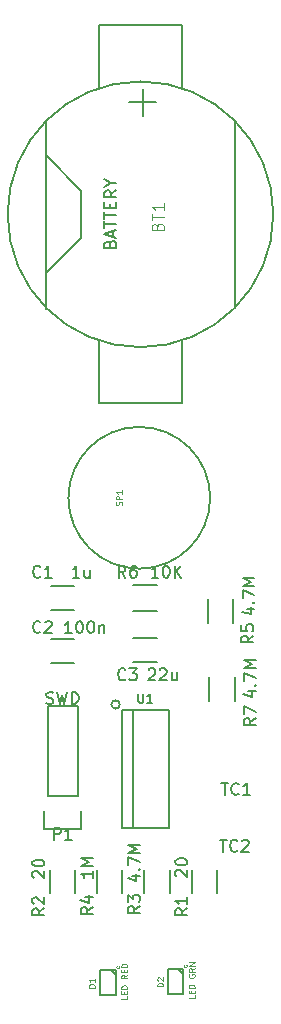
<source format=gbr>
G04 #@! TF.FileFunction,Legend,Top*
%FSLAX46Y46*%
G04 Gerber Fmt 4.6, Leading zero omitted, Abs format (unit mm)*
G04 Created by KiCad (PCBNEW (2015-06-09 BZR 5726)-product) date Thu 02 Jul 2015 12:15:21 AM PDT*
%MOMM*%
G01*
G04 APERTURE LIST*
%ADD10C,0.100000*%
%ADD11C,0.150000*%
%ADD12C,0.203200*%
%ADD13C,0.125000*%
%ADD14C,0.062500*%
%ADD15C,0.152400*%
G04 APERTURE END LIST*
D10*
D11*
X153000000Y-110000000D02*
G75*
G03X153000000Y-110000000I-6000000J0D01*
G01*
X144600000Y-150000000D02*
X145000000Y-150400000D01*
X143700000Y-152100000D02*
X143700000Y-150000000D01*
X143700000Y-150000000D02*
X145000000Y-150000000D01*
X145000000Y-150000000D02*
X145000000Y-152100000D01*
X145000000Y-152100000D02*
X143700000Y-152100000D01*
X150300000Y-149900000D02*
X150700000Y-150300000D01*
X149400000Y-152000000D02*
X149400000Y-149900000D01*
X149400000Y-149900000D02*
X150700000Y-149900000D01*
X150700000Y-149900000D02*
X150700000Y-152000000D01*
X150700000Y-152000000D02*
X149400000Y-152000000D01*
D12*
X146500000Y-128000000D02*
X146500000Y-138000000D01*
X145353553Y-127500000D02*
G75*
G03X145353553Y-127500000I-353553J0D01*
G01*
X149500000Y-128000000D02*
X145500000Y-128000000D01*
X145500000Y-128000000D02*
X145500000Y-138000000D01*
X145500000Y-138000000D02*
X149500000Y-138000000D01*
X149500000Y-138000000D02*
X149500000Y-128000000D01*
D11*
X139500000Y-119525000D02*
X141500000Y-119525000D01*
X141500000Y-117475000D02*
X139500000Y-117475000D01*
X139500000Y-124025000D02*
X141500000Y-124025000D01*
X141500000Y-121975000D02*
X139500000Y-121975000D01*
X148500000Y-121875000D02*
X146500000Y-121875000D01*
X146500000Y-123925000D02*
X148500000Y-123925000D01*
X153575000Y-141500000D02*
X153575000Y-143500000D01*
X151425000Y-143500000D02*
X151425000Y-141500000D01*
X141575000Y-141500000D02*
X141575000Y-143500000D01*
X139425000Y-143500000D02*
X139425000Y-141500000D01*
X147425000Y-143500000D02*
X147425000Y-141500000D01*
X149575000Y-141500000D02*
X149575000Y-143500000D01*
X145575000Y-141500000D02*
X145575000Y-143500000D01*
X143425000Y-143500000D02*
X143425000Y-141500000D01*
X154975000Y-118600000D02*
X154975000Y-120600000D01*
X152825000Y-120600000D02*
X152825000Y-118600000D01*
X141770000Y-135230000D02*
X141770000Y-127610000D01*
X139230000Y-135230000D02*
X139230000Y-127610000D01*
X138950000Y-138050000D02*
X138950000Y-136500000D01*
X141770000Y-127610000D02*
X139230000Y-127610000D01*
X139230000Y-135230000D02*
X141770000Y-135230000D01*
X142050000Y-136500000D02*
X142050000Y-138050000D01*
X142050000Y-138050000D02*
X138950000Y-138050000D01*
X146500000Y-117425000D02*
X148500000Y-117425000D01*
X148500000Y-119575000D02*
X146500000Y-119575000D01*
X155075000Y-125200000D02*
X155075000Y-127200000D01*
X152925000Y-127200000D02*
X152925000Y-125200000D01*
X139100000Y-81000000D02*
X142100000Y-84000000D01*
X142100000Y-84000000D02*
X142100000Y-88000000D01*
X142100000Y-88000000D02*
X139100000Y-91000000D01*
X143600000Y-75250000D02*
X143600000Y-70000000D01*
X150600000Y-75250000D02*
X150600000Y-70000000D01*
X150600000Y-70000000D02*
X143600000Y-70000000D01*
X150600000Y-102000000D02*
X143600000Y-102000000D01*
X143600000Y-102000000D02*
X143600000Y-96750000D01*
X150600000Y-96750000D02*
X150600000Y-102000000D01*
X139100000Y-94000000D02*
X139100000Y-78000000D01*
X155100000Y-78000000D02*
X155100000Y-93750000D01*
X158350000Y-86000000D02*
G75*
G03X158350000Y-86000000I-11250000J0D01*
G01*
D13*
X145502381Y-110630952D02*
X145526190Y-110559523D01*
X145526190Y-110440476D01*
X145502381Y-110392857D01*
X145478571Y-110369047D01*
X145430952Y-110345238D01*
X145383333Y-110345238D01*
X145335714Y-110369047D01*
X145311905Y-110392857D01*
X145288095Y-110440476D01*
X145264286Y-110535714D01*
X145240476Y-110583333D01*
X145216667Y-110607142D01*
X145169048Y-110630952D01*
X145121429Y-110630952D01*
X145073810Y-110607142D01*
X145050000Y-110583333D01*
X145026190Y-110535714D01*
X145026190Y-110416666D01*
X145050000Y-110345238D01*
X145526190Y-110130952D02*
X145026190Y-110130952D01*
X145026190Y-109940476D01*
X145050000Y-109892857D01*
X145073810Y-109869048D01*
X145121429Y-109845238D01*
X145192857Y-109845238D01*
X145240476Y-109869048D01*
X145264286Y-109892857D01*
X145288095Y-109940476D01*
X145288095Y-110130952D01*
X145526190Y-109369048D02*
X145526190Y-109654762D01*
X145526190Y-109511905D02*
X145026190Y-109511905D01*
X145097619Y-109559524D01*
X145145238Y-109607143D01*
X145169048Y-109654762D01*
D11*
X153938095Y-134152381D02*
X154509524Y-134152381D01*
X154223809Y-135152381D02*
X154223809Y-134152381D01*
X155414286Y-135057143D02*
X155366667Y-135104762D01*
X155223810Y-135152381D01*
X155128572Y-135152381D01*
X154985714Y-135104762D01*
X154890476Y-135009524D01*
X154842857Y-134914286D01*
X154795238Y-134723810D01*
X154795238Y-134580952D01*
X154842857Y-134390476D01*
X154890476Y-134295238D01*
X154985714Y-134200000D01*
X155128572Y-134152381D01*
X155223810Y-134152381D01*
X155366667Y-134200000D01*
X155414286Y-134247619D01*
X156366667Y-135152381D02*
X155795238Y-135152381D01*
X156080952Y-135152381D02*
X156080952Y-134152381D01*
X155985714Y-134295238D01*
X155890476Y-134390476D01*
X155795238Y-134438095D01*
D13*
X143226190Y-151469047D02*
X142726190Y-151469047D01*
X142726190Y-151350000D01*
X142750000Y-151278571D01*
X142797619Y-151230952D01*
X142845238Y-151207143D01*
X142940476Y-151183333D01*
X143011905Y-151183333D01*
X143107143Y-151207143D01*
X143154762Y-151230952D01*
X143202381Y-151278571D01*
X143226190Y-151350000D01*
X143226190Y-151469047D01*
X143226190Y-150707143D02*
X143226190Y-150992857D01*
X143226190Y-150850000D02*
X142726190Y-150850000D01*
X142797619Y-150897619D01*
X142845238Y-150945238D01*
X142869048Y-150992857D01*
X145976190Y-152188095D02*
X145976190Y-152426190D01*
X145476190Y-152426190D01*
X145714286Y-152021428D02*
X145714286Y-151854762D01*
X145976190Y-151783333D02*
X145976190Y-152021428D01*
X145476190Y-152021428D01*
X145476190Y-151783333D01*
X145976190Y-151569047D02*
X145476190Y-151569047D01*
X145476190Y-151450000D01*
X145500000Y-151378571D01*
X145547619Y-151330952D01*
X145595238Y-151307143D01*
X145690476Y-151283333D01*
X145761905Y-151283333D01*
X145857143Y-151307143D01*
X145904762Y-151330952D01*
X145952381Y-151378571D01*
X145976190Y-151450000D01*
X145976190Y-151569047D01*
X145976190Y-150402381D02*
X145738095Y-150569048D01*
X145976190Y-150688095D02*
X145476190Y-150688095D01*
X145476190Y-150497619D01*
X145500000Y-150450000D01*
X145523810Y-150426191D01*
X145571429Y-150402381D01*
X145642857Y-150402381D01*
X145690476Y-150426191D01*
X145714286Y-150450000D01*
X145738095Y-150497619D01*
X145738095Y-150688095D01*
X145714286Y-150188095D02*
X145714286Y-150021429D01*
X145976190Y-149950000D02*
X145976190Y-150188095D01*
X145476190Y-150188095D01*
X145476190Y-149950000D01*
X145976190Y-149735714D02*
X145476190Y-149735714D01*
X145476190Y-149616667D01*
X145500000Y-149545238D01*
X145547619Y-149497619D01*
X145595238Y-149473810D01*
X145690476Y-149450000D01*
X145761905Y-149450000D01*
X145857143Y-149473810D01*
X145904762Y-149497619D01*
X145952381Y-149545238D01*
X145976190Y-149616667D01*
X145976190Y-149735714D01*
D14*
X145289286Y-149672619D02*
X145301190Y-149684524D01*
X145313095Y-149720238D01*
X145313095Y-149744048D01*
X145301190Y-149779762D01*
X145277381Y-149803571D01*
X145253571Y-149815476D01*
X145205952Y-149827381D01*
X145170238Y-149827381D01*
X145122619Y-149815476D01*
X145098810Y-149803571D01*
X145075000Y-149779762D01*
X145063095Y-149744048D01*
X145063095Y-149720238D01*
X145075000Y-149684524D01*
X145086905Y-149672619D01*
D13*
X149026190Y-151369047D02*
X148526190Y-151369047D01*
X148526190Y-151250000D01*
X148550000Y-151178571D01*
X148597619Y-151130952D01*
X148645238Y-151107143D01*
X148740476Y-151083333D01*
X148811905Y-151083333D01*
X148907143Y-151107143D01*
X148954762Y-151130952D01*
X149002381Y-151178571D01*
X149026190Y-151250000D01*
X149026190Y-151369047D01*
X148573810Y-150892857D02*
X148550000Y-150869047D01*
X148526190Y-150821428D01*
X148526190Y-150702381D01*
X148550000Y-150654762D01*
X148573810Y-150630952D01*
X148621429Y-150607143D01*
X148669048Y-150607143D01*
X148740476Y-150630952D01*
X149026190Y-150916666D01*
X149026190Y-150607143D01*
X151676190Y-152123809D02*
X151676190Y-152361904D01*
X151176190Y-152361904D01*
X151414286Y-151957142D02*
X151414286Y-151790476D01*
X151676190Y-151719047D02*
X151676190Y-151957142D01*
X151176190Y-151957142D01*
X151176190Y-151719047D01*
X151676190Y-151504761D02*
X151176190Y-151504761D01*
X151176190Y-151385714D01*
X151200000Y-151314285D01*
X151247619Y-151266666D01*
X151295238Y-151242857D01*
X151390476Y-151219047D01*
X151461905Y-151219047D01*
X151557143Y-151242857D01*
X151604762Y-151266666D01*
X151652381Y-151314285D01*
X151676190Y-151385714D01*
X151676190Y-151504761D01*
X151200000Y-150361905D02*
X151176190Y-150409524D01*
X151176190Y-150480952D01*
X151200000Y-150552381D01*
X151247619Y-150600000D01*
X151295238Y-150623809D01*
X151390476Y-150647619D01*
X151461905Y-150647619D01*
X151557143Y-150623809D01*
X151604762Y-150600000D01*
X151652381Y-150552381D01*
X151676190Y-150480952D01*
X151676190Y-150433333D01*
X151652381Y-150361905D01*
X151628571Y-150338095D01*
X151461905Y-150338095D01*
X151461905Y-150433333D01*
X151676190Y-149838095D02*
X151438095Y-150004762D01*
X151676190Y-150123809D02*
X151176190Y-150123809D01*
X151176190Y-149933333D01*
X151200000Y-149885714D01*
X151223810Y-149861905D01*
X151271429Y-149838095D01*
X151342857Y-149838095D01*
X151390476Y-149861905D01*
X151414286Y-149885714D01*
X151438095Y-149933333D01*
X151438095Y-150123809D01*
X151676190Y-149623809D02*
X151176190Y-149623809D01*
X151676190Y-149338095D01*
X151176190Y-149338095D01*
D14*
X150989286Y-149572619D02*
X151001190Y-149584524D01*
X151013095Y-149620238D01*
X151013095Y-149644048D01*
X151001190Y-149679762D01*
X150977381Y-149703571D01*
X150953571Y-149715476D01*
X150905952Y-149727381D01*
X150870238Y-149727381D01*
X150822619Y-149715476D01*
X150798810Y-149703571D01*
X150775000Y-149679762D01*
X150763095Y-149644048D01*
X150763095Y-149620238D01*
X150775000Y-149584524D01*
X150786905Y-149572619D01*
D15*
X146919429Y-126582714D02*
X146919429Y-127199571D01*
X146955714Y-127272143D01*
X146992000Y-127308429D01*
X147064571Y-127344714D01*
X147209714Y-127344714D01*
X147282286Y-127308429D01*
X147318571Y-127272143D01*
X147354857Y-127199571D01*
X147354857Y-126582714D01*
X148116857Y-127344714D02*
X147681429Y-127344714D01*
X147899143Y-127344714D02*
X147899143Y-126582714D01*
X147826572Y-126691571D01*
X147754000Y-126764143D01*
X147681429Y-126800429D01*
D11*
X138633334Y-116657143D02*
X138585715Y-116704762D01*
X138442858Y-116752381D01*
X138347620Y-116752381D01*
X138204762Y-116704762D01*
X138109524Y-116609524D01*
X138061905Y-116514286D01*
X138014286Y-116323810D01*
X138014286Y-116180952D01*
X138061905Y-115990476D01*
X138109524Y-115895238D01*
X138204762Y-115800000D01*
X138347620Y-115752381D01*
X138442858Y-115752381D01*
X138585715Y-115800000D01*
X138633334Y-115847619D01*
X139585715Y-116752381D02*
X139014286Y-116752381D01*
X139300000Y-116752381D02*
X139300000Y-115752381D01*
X139204762Y-115895238D01*
X139109524Y-115990476D01*
X139014286Y-116038095D01*
X141933334Y-116752381D02*
X141361905Y-116752381D01*
X141647619Y-116752381D02*
X141647619Y-115752381D01*
X141552381Y-115895238D01*
X141457143Y-115990476D01*
X141361905Y-116038095D01*
X142790477Y-116085714D02*
X142790477Y-116752381D01*
X142361905Y-116085714D02*
X142361905Y-116609524D01*
X142409524Y-116704762D01*
X142504762Y-116752381D01*
X142647620Y-116752381D01*
X142742858Y-116704762D01*
X142790477Y-116657143D01*
X138633334Y-121357143D02*
X138585715Y-121404762D01*
X138442858Y-121452381D01*
X138347620Y-121452381D01*
X138204762Y-121404762D01*
X138109524Y-121309524D01*
X138061905Y-121214286D01*
X138014286Y-121023810D01*
X138014286Y-120880952D01*
X138061905Y-120690476D01*
X138109524Y-120595238D01*
X138204762Y-120500000D01*
X138347620Y-120452381D01*
X138442858Y-120452381D01*
X138585715Y-120500000D01*
X138633334Y-120547619D01*
X139014286Y-120547619D02*
X139061905Y-120500000D01*
X139157143Y-120452381D01*
X139395239Y-120452381D01*
X139490477Y-120500000D01*
X139538096Y-120547619D01*
X139585715Y-120642857D01*
X139585715Y-120738095D01*
X139538096Y-120880952D01*
X138966667Y-121452381D01*
X139585715Y-121452381D01*
X141280953Y-121452381D02*
X140709524Y-121452381D01*
X140995238Y-121452381D02*
X140995238Y-120452381D01*
X140900000Y-120595238D01*
X140804762Y-120690476D01*
X140709524Y-120738095D01*
X141900000Y-120452381D02*
X141995239Y-120452381D01*
X142090477Y-120500000D01*
X142138096Y-120547619D01*
X142185715Y-120642857D01*
X142233334Y-120833333D01*
X142233334Y-121071429D01*
X142185715Y-121261905D01*
X142138096Y-121357143D01*
X142090477Y-121404762D01*
X141995239Y-121452381D01*
X141900000Y-121452381D01*
X141804762Y-121404762D01*
X141757143Y-121357143D01*
X141709524Y-121261905D01*
X141661905Y-121071429D01*
X141661905Y-120833333D01*
X141709524Y-120642857D01*
X141757143Y-120547619D01*
X141804762Y-120500000D01*
X141900000Y-120452381D01*
X142852381Y-120452381D02*
X142947620Y-120452381D01*
X143042858Y-120500000D01*
X143090477Y-120547619D01*
X143138096Y-120642857D01*
X143185715Y-120833333D01*
X143185715Y-121071429D01*
X143138096Y-121261905D01*
X143090477Y-121357143D01*
X143042858Y-121404762D01*
X142947620Y-121452381D01*
X142852381Y-121452381D01*
X142757143Y-121404762D01*
X142709524Y-121357143D01*
X142661905Y-121261905D01*
X142614286Y-121071429D01*
X142614286Y-120833333D01*
X142661905Y-120642857D01*
X142709524Y-120547619D01*
X142757143Y-120500000D01*
X142852381Y-120452381D01*
X143614286Y-120785714D02*
X143614286Y-121452381D01*
X143614286Y-120880952D02*
X143661905Y-120833333D01*
X143757143Y-120785714D01*
X143900001Y-120785714D01*
X143995239Y-120833333D01*
X144042858Y-120928571D01*
X144042858Y-121452381D01*
X145833334Y-125357143D02*
X145785715Y-125404762D01*
X145642858Y-125452381D01*
X145547620Y-125452381D01*
X145404762Y-125404762D01*
X145309524Y-125309524D01*
X145261905Y-125214286D01*
X145214286Y-125023810D01*
X145214286Y-124880952D01*
X145261905Y-124690476D01*
X145309524Y-124595238D01*
X145404762Y-124500000D01*
X145547620Y-124452381D01*
X145642858Y-124452381D01*
X145785715Y-124500000D01*
X145833334Y-124547619D01*
X146166667Y-124452381D02*
X146785715Y-124452381D01*
X146452381Y-124833333D01*
X146595239Y-124833333D01*
X146690477Y-124880952D01*
X146738096Y-124928571D01*
X146785715Y-125023810D01*
X146785715Y-125261905D01*
X146738096Y-125357143D01*
X146690477Y-125404762D01*
X146595239Y-125452381D01*
X146309524Y-125452381D01*
X146214286Y-125404762D01*
X146166667Y-125357143D01*
X147785714Y-124547619D02*
X147833333Y-124500000D01*
X147928571Y-124452381D01*
X148166667Y-124452381D01*
X148261905Y-124500000D01*
X148309524Y-124547619D01*
X148357143Y-124642857D01*
X148357143Y-124738095D01*
X148309524Y-124880952D01*
X147738095Y-125452381D01*
X148357143Y-125452381D01*
X148738095Y-124547619D02*
X148785714Y-124500000D01*
X148880952Y-124452381D01*
X149119048Y-124452381D01*
X149214286Y-124500000D01*
X149261905Y-124547619D01*
X149309524Y-124642857D01*
X149309524Y-124738095D01*
X149261905Y-124880952D01*
X148690476Y-125452381D01*
X149309524Y-125452381D01*
X150166667Y-124785714D02*
X150166667Y-125452381D01*
X149738095Y-124785714D02*
X149738095Y-125309524D01*
X149785714Y-125404762D01*
X149880952Y-125452381D01*
X150023810Y-125452381D01*
X150119048Y-125404762D01*
X150166667Y-125357143D01*
X151052381Y-144766666D02*
X150576190Y-145100000D01*
X151052381Y-145338095D02*
X150052381Y-145338095D01*
X150052381Y-144957142D01*
X150100000Y-144861904D01*
X150147619Y-144814285D01*
X150242857Y-144766666D01*
X150385714Y-144766666D01*
X150480952Y-144814285D01*
X150528571Y-144861904D01*
X150576190Y-144957142D01*
X150576190Y-145338095D01*
X151052381Y-143814285D02*
X151052381Y-144385714D01*
X151052381Y-144100000D02*
X150052381Y-144100000D01*
X150195238Y-144195238D01*
X150290476Y-144290476D01*
X150338095Y-144385714D01*
X150147619Y-142061905D02*
X150100000Y-142014286D01*
X150052381Y-141919048D01*
X150052381Y-141680952D01*
X150100000Y-141585714D01*
X150147619Y-141538095D01*
X150242857Y-141490476D01*
X150338095Y-141490476D01*
X150480952Y-141538095D01*
X151052381Y-142109524D01*
X151052381Y-141490476D01*
X150052381Y-140871429D02*
X150052381Y-140776190D01*
X150100000Y-140680952D01*
X150147619Y-140633333D01*
X150242857Y-140585714D01*
X150433333Y-140538095D01*
X150671429Y-140538095D01*
X150861905Y-140585714D01*
X150957143Y-140633333D01*
X151004762Y-140680952D01*
X151052381Y-140776190D01*
X151052381Y-140871429D01*
X151004762Y-140966667D01*
X150957143Y-141014286D01*
X150861905Y-141061905D01*
X150671429Y-141109524D01*
X150433333Y-141109524D01*
X150242857Y-141061905D01*
X150147619Y-141014286D01*
X150100000Y-140966667D01*
X150052381Y-140871429D01*
X138952381Y-144766666D02*
X138476190Y-145100000D01*
X138952381Y-145338095D02*
X137952381Y-145338095D01*
X137952381Y-144957142D01*
X138000000Y-144861904D01*
X138047619Y-144814285D01*
X138142857Y-144766666D01*
X138285714Y-144766666D01*
X138380952Y-144814285D01*
X138428571Y-144861904D01*
X138476190Y-144957142D01*
X138476190Y-145338095D01*
X138047619Y-144385714D02*
X138000000Y-144338095D01*
X137952381Y-144242857D01*
X137952381Y-144004761D01*
X138000000Y-143909523D01*
X138047619Y-143861904D01*
X138142857Y-143814285D01*
X138238095Y-143814285D01*
X138380952Y-143861904D01*
X138952381Y-144433333D01*
X138952381Y-143814285D01*
X138047619Y-142161905D02*
X138000000Y-142114286D01*
X137952381Y-142019048D01*
X137952381Y-141780952D01*
X138000000Y-141685714D01*
X138047619Y-141638095D01*
X138142857Y-141590476D01*
X138238095Y-141590476D01*
X138380952Y-141638095D01*
X138952381Y-142209524D01*
X138952381Y-141590476D01*
X137952381Y-140971429D02*
X137952381Y-140876190D01*
X138000000Y-140780952D01*
X138047619Y-140733333D01*
X138142857Y-140685714D01*
X138333333Y-140638095D01*
X138571429Y-140638095D01*
X138761905Y-140685714D01*
X138857143Y-140733333D01*
X138904762Y-140780952D01*
X138952381Y-140876190D01*
X138952381Y-140971429D01*
X138904762Y-141066667D01*
X138857143Y-141114286D01*
X138761905Y-141161905D01*
X138571429Y-141209524D01*
X138333333Y-141209524D01*
X138142857Y-141161905D01*
X138047619Y-141114286D01*
X138000000Y-141066667D01*
X137952381Y-140971429D01*
X147052381Y-144566666D02*
X146576190Y-144900000D01*
X147052381Y-145138095D02*
X146052381Y-145138095D01*
X146052381Y-144757142D01*
X146100000Y-144661904D01*
X146147619Y-144614285D01*
X146242857Y-144566666D01*
X146385714Y-144566666D01*
X146480952Y-144614285D01*
X146528571Y-144661904D01*
X146576190Y-144757142D01*
X146576190Y-145138095D01*
X146052381Y-144233333D02*
X146052381Y-143614285D01*
X146433333Y-143947619D01*
X146433333Y-143804761D01*
X146480952Y-143709523D01*
X146528571Y-143661904D01*
X146623810Y-143614285D01*
X146861905Y-143614285D01*
X146957143Y-143661904D01*
X147004762Y-143709523D01*
X147052381Y-143804761D01*
X147052381Y-144090476D01*
X147004762Y-144185714D01*
X146957143Y-144233333D01*
X146385714Y-141995237D02*
X147052381Y-141995237D01*
X146004762Y-142233333D02*
X146719048Y-142471428D01*
X146719048Y-141852380D01*
X146957143Y-141471428D02*
X147004762Y-141423809D01*
X147052381Y-141471428D01*
X147004762Y-141519047D01*
X146957143Y-141471428D01*
X147052381Y-141471428D01*
X146052381Y-141090476D02*
X146052381Y-140423809D01*
X147052381Y-140852381D01*
X147052381Y-140042857D02*
X146052381Y-140042857D01*
X146766667Y-139709523D01*
X146052381Y-139376190D01*
X147052381Y-139376190D01*
X143052381Y-144666666D02*
X142576190Y-145000000D01*
X143052381Y-145238095D02*
X142052381Y-145238095D01*
X142052381Y-144857142D01*
X142100000Y-144761904D01*
X142147619Y-144714285D01*
X142242857Y-144666666D01*
X142385714Y-144666666D01*
X142480952Y-144714285D01*
X142528571Y-144761904D01*
X142576190Y-144857142D01*
X142576190Y-145238095D01*
X142385714Y-143809523D02*
X143052381Y-143809523D01*
X142004762Y-144047619D02*
X142719048Y-144285714D01*
X142719048Y-143666666D01*
X143052381Y-141585714D02*
X143052381Y-142157143D01*
X143052381Y-141871429D02*
X142052381Y-141871429D01*
X142195238Y-141966667D01*
X142290476Y-142061905D01*
X142338095Y-142157143D01*
X143052381Y-141157143D02*
X142052381Y-141157143D01*
X142766667Y-140823809D01*
X142052381Y-140490476D01*
X143052381Y-140490476D01*
X156652381Y-121666666D02*
X156176190Y-122000000D01*
X156652381Y-122238095D02*
X155652381Y-122238095D01*
X155652381Y-121857142D01*
X155700000Y-121761904D01*
X155747619Y-121714285D01*
X155842857Y-121666666D01*
X155985714Y-121666666D01*
X156080952Y-121714285D01*
X156128571Y-121761904D01*
X156176190Y-121857142D01*
X156176190Y-122238095D01*
X155652381Y-120761904D02*
X155652381Y-121238095D01*
X156128571Y-121285714D01*
X156080952Y-121238095D01*
X156033333Y-121142857D01*
X156033333Y-120904761D01*
X156080952Y-120809523D01*
X156128571Y-120761904D01*
X156223810Y-120714285D01*
X156461905Y-120714285D01*
X156557143Y-120761904D01*
X156604762Y-120809523D01*
X156652381Y-120904761D01*
X156652381Y-121142857D01*
X156604762Y-121238095D01*
X156557143Y-121285714D01*
X156085714Y-119395237D02*
X156752381Y-119395237D01*
X155704762Y-119633333D02*
X156419048Y-119871428D01*
X156419048Y-119252380D01*
X156657143Y-118871428D02*
X156704762Y-118823809D01*
X156752381Y-118871428D01*
X156704762Y-118919047D01*
X156657143Y-118871428D01*
X156752381Y-118871428D01*
X155752381Y-118490476D02*
X155752381Y-117823809D01*
X156752381Y-118252381D01*
X156752381Y-117442857D02*
X155752381Y-117442857D01*
X156466667Y-117109523D01*
X155752381Y-116776190D01*
X156752381Y-116776190D01*
X153838095Y-138952381D02*
X154409524Y-138952381D01*
X154123809Y-139952381D02*
X154123809Y-138952381D01*
X155314286Y-139857143D02*
X155266667Y-139904762D01*
X155123810Y-139952381D01*
X155028572Y-139952381D01*
X154885714Y-139904762D01*
X154790476Y-139809524D01*
X154742857Y-139714286D01*
X154695238Y-139523810D01*
X154695238Y-139380952D01*
X154742857Y-139190476D01*
X154790476Y-139095238D01*
X154885714Y-139000000D01*
X155028572Y-138952381D01*
X155123810Y-138952381D01*
X155266667Y-139000000D01*
X155314286Y-139047619D01*
X155695238Y-139047619D02*
X155742857Y-139000000D01*
X155838095Y-138952381D01*
X156076191Y-138952381D01*
X156171429Y-139000000D01*
X156219048Y-139047619D01*
X156266667Y-139142857D01*
X156266667Y-139238095D01*
X156219048Y-139380952D01*
X155647619Y-139952381D01*
X156266667Y-139952381D01*
X139761905Y-138952381D02*
X139761905Y-137952381D01*
X140142858Y-137952381D01*
X140238096Y-138000000D01*
X140285715Y-138047619D01*
X140333334Y-138142857D01*
X140333334Y-138285714D01*
X140285715Y-138380952D01*
X140238096Y-138428571D01*
X140142858Y-138476190D01*
X139761905Y-138476190D01*
X141285715Y-138952381D02*
X140714286Y-138952381D01*
X141000000Y-138952381D02*
X141000000Y-137952381D01*
X140904762Y-138095238D01*
X140809524Y-138190476D01*
X140714286Y-138238095D01*
X139142857Y-127404762D02*
X139285714Y-127452381D01*
X139523810Y-127452381D01*
X139619048Y-127404762D01*
X139666667Y-127357143D01*
X139714286Y-127261905D01*
X139714286Y-127166667D01*
X139666667Y-127071429D01*
X139619048Y-127023810D01*
X139523810Y-126976190D01*
X139333333Y-126928571D01*
X139238095Y-126880952D01*
X139190476Y-126833333D01*
X139142857Y-126738095D01*
X139142857Y-126642857D01*
X139190476Y-126547619D01*
X139238095Y-126500000D01*
X139333333Y-126452381D01*
X139571429Y-126452381D01*
X139714286Y-126500000D01*
X140047619Y-126452381D02*
X140285714Y-127452381D01*
X140476191Y-126738095D01*
X140666667Y-127452381D01*
X140904762Y-126452381D01*
X141285714Y-127452381D02*
X141285714Y-126452381D01*
X141523809Y-126452381D01*
X141666667Y-126500000D01*
X141761905Y-126595238D01*
X141809524Y-126690476D01*
X141857143Y-126880952D01*
X141857143Y-127023810D01*
X141809524Y-127214286D01*
X141761905Y-127309524D01*
X141666667Y-127404762D01*
X141523809Y-127452381D01*
X141285714Y-127452381D01*
X145833334Y-116752381D02*
X145500000Y-116276190D01*
X145261905Y-116752381D02*
X145261905Y-115752381D01*
X145642858Y-115752381D01*
X145738096Y-115800000D01*
X145785715Y-115847619D01*
X145833334Y-115942857D01*
X145833334Y-116085714D01*
X145785715Y-116180952D01*
X145738096Y-116228571D01*
X145642858Y-116276190D01*
X145261905Y-116276190D01*
X146690477Y-115752381D02*
X146500000Y-115752381D01*
X146404762Y-115800000D01*
X146357143Y-115847619D01*
X146261905Y-115990476D01*
X146214286Y-116180952D01*
X146214286Y-116561905D01*
X146261905Y-116657143D01*
X146309524Y-116704762D01*
X146404762Y-116752381D01*
X146595239Y-116752381D01*
X146690477Y-116704762D01*
X146738096Y-116657143D01*
X146785715Y-116561905D01*
X146785715Y-116323810D01*
X146738096Y-116228571D01*
X146690477Y-116180952D01*
X146595239Y-116133333D01*
X146404762Y-116133333D01*
X146309524Y-116180952D01*
X146261905Y-116228571D01*
X146214286Y-116323810D01*
X148609524Y-116752381D02*
X148038095Y-116752381D01*
X148323809Y-116752381D02*
X148323809Y-115752381D01*
X148228571Y-115895238D01*
X148133333Y-115990476D01*
X148038095Y-116038095D01*
X149228571Y-115752381D02*
X149323810Y-115752381D01*
X149419048Y-115800000D01*
X149466667Y-115847619D01*
X149514286Y-115942857D01*
X149561905Y-116133333D01*
X149561905Y-116371429D01*
X149514286Y-116561905D01*
X149466667Y-116657143D01*
X149419048Y-116704762D01*
X149323810Y-116752381D01*
X149228571Y-116752381D01*
X149133333Y-116704762D01*
X149085714Y-116657143D01*
X149038095Y-116561905D01*
X148990476Y-116371429D01*
X148990476Y-116133333D01*
X149038095Y-115942857D01*
X149085714Y-115847619D01*
X149133333Y-115800000D01*
X149228571Y-115752381D01*
X149990476Y-116752381D02*
X149990476Y-115752381D01*
X150561905Y-116752381D02*
X150133333Y-116180952D01*
X150561905Y-115752381D02*
X149990476Y-116323810D01*
X156852381Y-128666666D02*
X156376190Y-129000000D01*
X156852381Y-129238095D02*
X155852381Y-129238095D01*
X155852381Y-128857142D01*
X155900000Y-128761904D01*
X155947619Y-128714285D01*
X156042857Y-128666666D01*
X156185714Y-128666666D01*
X156280952Y-128714285D01*
X156328571Y-128761904D01*
X156376190Y-128857142D01*
X156376190Y-129238095D01*
X155852381Y-128333333D02*
X155852381Y-127666666D01*
X156852381Y-128095238D01*
X156185714Y-126395237D02*
X156852381Y-126395237D01*
X155804762Y-126633333D02*
X156519048Y-126871428D01*
X156519048Y-126252380D01*
X156757143Y-125871428D02*
X156804762Y-125823809D01*
X156852381Y-125871428D01*
X156804762Y-125919047D01*
X156757143Y-125871428D01*
X156852381Y-125871428D01*
X155852381Y-125490476D02*
X155852381Y-124823809D01*
X156852381Y-125252381D01*
X156852381Y-124442857D02*
X155852381Y-124442857D01*
X156566667Y-124109523D01*
X155852381Y-123776190D01*
X156852381Y-123776190D01*
D13*
X148528571Y-87035714D02*
X148576190Y-86892857D01*
X148623810Y-86845238D01*
X148719048Y-86797619D01*
X148861905Y-86797619D01*
X148957143Y-86845238D01*
X149004762Y-86892857D01*
X149052381Y-86988095D01*
X149052381Y-87369048D01*
X148052381Y-87369048D01*
X148052381Y-87035714D01*
X148100000Y-86940476D01*
X148147619Y-86892857D01*
X148242857Y-86845238D01*
X148338095Y-86845238D01*
X148433333Y-86892857D01*
X148480952Y-86940476D01*
X148528571Y-87035714D01*
X148528571Y-87369048D01*
X148052381Y-86511905D02*
X148052381Y-85940476D01*
X149052381Y-86226191D02*
X148052381Y-86226191D01*
X149052381Y-85083333D02*
X149052381Y-85654762D01*
X149052381Y-85369048D02*
X148052381Y-85369048D01*
X148195238Y-85464286D01*
X148290476Y-85559524D01*
X148338095Y-85654762D01*
D11*
X144528571Y-88500000D02*
X144576190Y-88357143D01*
X144623810Y-88309524D01*
X144719048Y-88261905D01*
X144861905Y-88261905D01*
X144957143Y-88309524D01*
X145004762Y-88357143D01*
X145052381Y-88452381D01*
X145052381Y-88833334D01*
X144052381Y-88833334D01*
X144052381Y-88500000D01*
X144100000Y-88404762D01*
X144147619Y-88357143D01*
X144242857Y-88309524D01*
X144338095Y-88309524D01*
X144433333Y-88357143D01*
X144480952Y-88404762D01*
X144528571Y-88500000D01*
X144528571Y-88833334D01*
X144766667Y-87880953D02*
X144766667Y-87404762D01*
X145052381Y-87976191D02*
X144052381Y-87642858D01*
X145052381Y-87309524D01*
X144052381Y-87119048D02*
X144052381Y-86547619D01*
X145052381Y-86833334D02*
X144052381Y-86833334D01*
X144052381Y-86357143D02*
X144052381Y-85785714D01*
X145052381Y-86071429D02*
X144052381Y-86071429D01*
X144528571Y-85452381D02*
X144528571Y-85119047D01*
X145052381Y-84976190D02*
X145052381Y-85452381D01*
X144052381Y-85452381D01*
X144052381Y-84976190D01*
X145052381Y-83976190D02*
X144576190Y-84309524D01*
X145052381Y-84547619D02*
X144052381Y-84547619D01*
X144052381Y-84166666D01*
X144100000Y-84071428D01*
X144147619Y-84023809D01*
X144242857Y-83976190D01*
X144385714Y-83976190D01*
X144480952Y-84023809D01*
X144528571Y-84071428D01*
X144576190Y-84166666D01*
X144576190Y-84547619D01*
X144576190Y-83357143D02*
X145052381Y-83357143D01*
X144052381Y-83690476D02*
X144576190Y-83357143D01*
X144052381Y-83023809D01*
X147314286Y-77642857D02*
X147314286Y-75357143D01*
X148457143Y-76500000D02*
X146171429Y-76500000D01*
M02*

</source>
